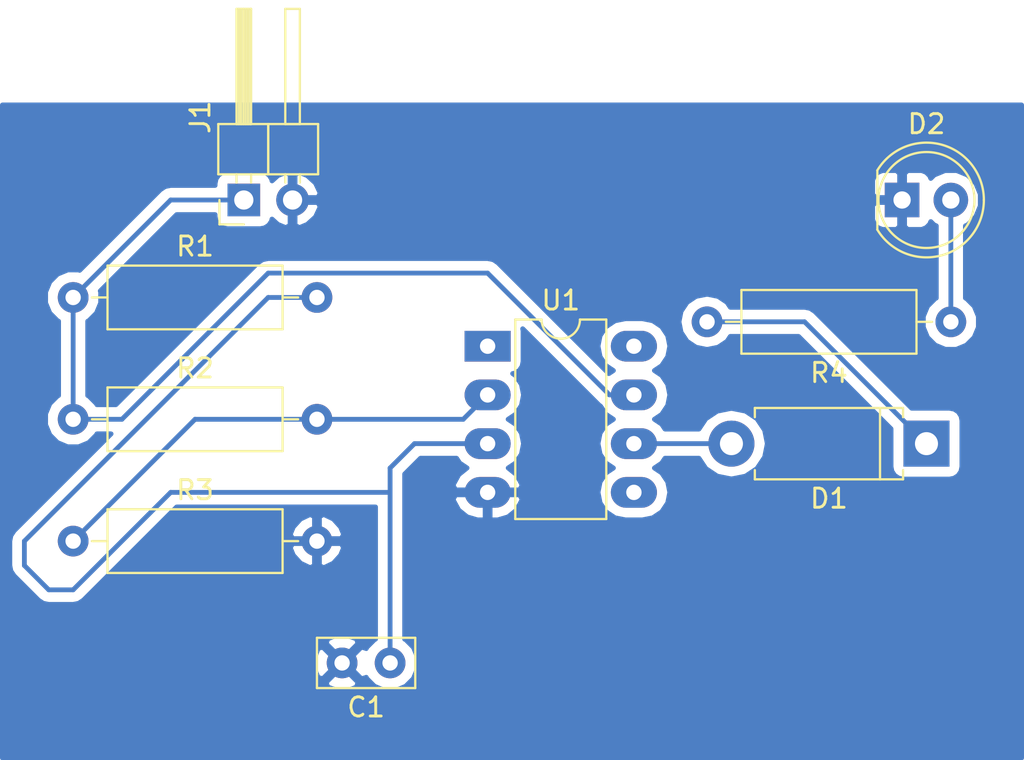
<source format=kicad_pcb>
(kicad_pcb (version 4) (host pcbnew 4.0.6)

  (general
    (links 14)
    (no_connects 0)
    (area 115.57 75.734999 168.910001 115.570001)
    (thickness 1.6)
    (drawings 0)
    (tracks 27)
    (zones 0)
    (modules 9)
    (nets 11)
  )

  (page A4)
  (layers
    (0 F.Cu signal)
    (31 B.Cu signal)
    (32 B.Adhes user)
    (33 F.Adhes user)
    (34 B.Paste user)
    (35 F.Paste user)
    (36 B.SilkS user)
    (37 F.SilkS user)
    (38 B.Mask user)
    (39 F.Mask user)
    (40 Dwgs.User user)
    (41 Cmts.User user)
    (42 Eco1.User user)
    (43 Eco2.User user)
    (44 Edge.Cuts user)
    (45 Margin user)
    (46 B.CrtYd user)
    (47 F.CrtYd user)
    (48 B.Fab user)
    (49 F.Fab user)
  )

  (setup
    (last_trace_width 0.25)
    (trace_clearance 0.2)
    (zone_clearance 0.508)
    (zone_45_only no)
    (trace_min 0.2)
    (segment_width 0.2)
    (edge_width 0.15)
    (via_size 0.6)
    (via_drill 0.4)
    (via_min_size 0.4)
    (via_min_drill 0.3)
    (uvia_size 0.3)
    (uvia_drill 0.1)
    (uvias_allowed no)
    (uvia_min_size 0.2)
    (uvia_min_drill 0.1)
    (pcb_text_width 0.3)
    (pcb_text_size 1.5 1.5)
    (mod_edge_width 0.15)
    (mod_text_size 1 1)
    (mod_text_width 0.15)
    (pad_size 1.524 1.524)
    (pad_drill 0.762)
    (pad_to_mask_clearance 0.2)
    (aux_axis_origin 0 0)
    (visible_elements FFFFFF7F)
    (pcbplotparams
      (layerselection 0x00030_80000001)
      (usegerberextensions false)
      (excludeedgelayer true)
      (linewidth 0.100000)
      (plotframeref false)
      (viasonmask false)
      (mode 1)
      (useauxorigin false)
      (hpglpennumber 1)
      (hpglpenspeed 20)
      (hpglpendiameter 15)
      (hpglpenoverlay 2)
      (psnegative false)
      (psa4output false)
      (plotreference true)
      (plotvalue true)
      (plotinvisibletext false)
      (padsonsilk false)
      (subtractmaskfromsilk false)
      (outputformat 1)
      (mirror false)
      (drillshape 0)
      (scaleselection 1)
      (outputdirectory ""))
  )

  (net 0 "")
  (net 1 "Net-(C1-Pad1)")
  (net 2 Earth)
  (net 3 "Net-(D1-Pad1)")
  (net 4 "Net-(D1-Pad2)")
  (net 5 "Net-(D2-Pad2)")
  (net 6 "Net-(J1-Pad1)")
  (net 7 "Net-(R2-Pad2)")
  (net 8 "Net-(U1-Pad1)")
  (net 9 "Net-(U1-Pad5)")
  (net 10 "Net-(U1-Pad8)")

  (net_class Default "This is the default net class."
    (clearance 0.2)
    (trace_width 0.25)
    (via_dia 0.6)
    (via_drill 0.4)
    (uvia_dia 0.3)
    (uvia_drill 0.1)
    (add_net Earth)
    (add_net "Net-(C1-Pad1)")
    (add_net "Net-(D1-Pad1)")
    (add_net "Net-(D1-Pad2)")
    (add_net "Net-(D2-Pad2)")
    (add_net "Net-(J1-Pad1)")
    (add_net "Net-(R2-Pad2)")
    (add_net "Net-(U1-Pad1)")
    (add_net "Net-(U1-Pad5)")
    (add_net "Net-(U1-Pad8)")
  )

  (module Capacitors_THT:C_Disc_D5.0mm_W2.5mm_P2.50mm (layer F.Cu) (tedit 5920C254) (tstamp 592231C8)
    (at 135.89 110.49 180)
    (descr "C, Disc series, Radial, pin pitch=2.50mm, , diameter*width=5*2.5mm^2, Capacitor, http://cdn-reichelt.de/documents/datenblatt/B300/DS_KERKO_TC.pdf")
    (tags "C Disc series Radial pin pitch 2.50mm  diameter 5mm width 2.5mm Capacitor")
    (path /59222B60)
    (fp_text reference C1 (at 1.25 -2.31 180) (layer F.SilkS)
      (effects (font (size 1 1) (thickness 0.15)))
    )
    (fp_text value C (at 1.25 2.31 180) (layer F.Fab)
      (effects (font (size 1 1) (thickness 0.15)))
    )
    (fp_text user %R (at 1.25 0 180) (layer F.Fab)
      (effects (font (size 1 1) (thickness 0.15)))
    )
    (fp_line (start -1.25 -1.25) (end -1.25 1.25) (layer F.Fab) (width 0.1))
    (fp_line (start -1.25 1.25) (end 3.75 1.25) (layer F.Fab) (width 0.1))
    (fp_line (start 3.75 1.25) (end 3.75 -1.25) (layer F.Fab) (width 0.1))
    (fp_line (start 3.75 -1.25) (end -1.25 -1.25) (layer F.Fab) (width 0.1))
    (fp_line (start -1.31 -1.31) (end 3.81 -1.31) (layer F.SilkS) (width 0.12))
    (fp_line (start -1.31 1.31) (end 3.81 1.31) (layer F.SilkS) (width 0.12))
    (fp_line (start -1.31 -1.31) (end -1.31 1.31) (layer F.SilkS) (width 0.12))
    (fp_line (start 3.81 -1.31) (end 3.81 1.31) (layer F.SilkS) (width 0.12))
    (fp_line (start -1.6 -1.6) (end -1.6 1.6) (layer F.CrtYd) (width 0.05))
    (fp_line (start -1.6 1.6) (end 4.1 1.6) (layer F.CrtYd) (width 0.05))
    (fp_line (start 4.1 1.6) (end 4.1 -1.6) (layer F.CrtYd) (width 0.05))
    (fp_line (start 4.1 -1.6) (end -1.6 -1.6) (layer F.CrtYd) (width 0.05))
    (pad 1 thru_hole circle (at 0 0 180) (size 1.6 1.6) (drill 0.8) (layers *.Cu *.Mask)
      (net 1 "Net-(C1-Pad1)"))
    (pad 2 thru_hole circle (at 2.5 0 180) (size 1.6 1.6) (drill 0.8) (layers *.Cu *.Mask)
      (net 2 Earth))
    (model ${KISYS3DMOD}/Capacitors_THT.3dshapes/C_Disc_D5.0mm_W2.5mm_P2.50mm.wrl
      (at (xyz 0 0 0))
      (scale (xyz 0.393701 0.393701 0.393701))
      (rotate (xyz 0 0 0))
    )
  )

  (module Diodes_THT:D_DO-15_P10.16mm_Horizontal (layer F.Cu) (tedit 5921392E) (tstamp 592231CE)
    (at 163.83 99.06 180)
    (descr "D, DO-15 series, Axial, Horizontal, pin pitch=10.16mm, , length*diameter=7.6*3.6mm^2, , http://www.diodes.com/_files/packages/DO-15.pdf")
    (tags "D DO-15 series Axial Horizontal pin pitch 10.16mm  length 7.6mm diameter 3.6mm")
    (path /59222E1B)
    (fp_text reference D1 (at 5.08 -2.86 180) (layer F.SilkS)
      (effects (font (size 1 1) (thickness 0.15)))
    )
    (fp_text value D (at 5.08 2.86 180) (layer F.Fab)
      (effects (font (size 1 1) (thickness 0.15)))
    )
    (fp_text user %R (at 5.08 0 180) (layer F.Fab)
      (effects (font (size 1 1) (thickness 0.15)))
    )
    (fp_line (start 1.28 -1.8) (end 1.28 1.8) (layer F.Fab) (width 0.1))
    (fp_line (start 1.28 1.8) (end 8.88 1.8) (layer F.Fab) (width 0.1))
    (fp_line (start 8.88 1.8) (end 8.88 -1.8) (layer F.Fab) (width 0.1))
    (fp_line (start 8.88 -1.8) (end 1.28 -1.8) (layer F.Fab) (width 0.1))
    (fp_line (start 0 0) (end 1.28 0) (layer F.Fab) (width 0.1))
    (fp_line (start 10.16 0) (end 8.88 0) (layer F.Fab) (width 0.1))
    (fp_line (start 2.42 -1.8) (end 2.42 1.8) (layer F.Fab) (width 0.1))
    (fp_line (start 1.22 -1.38) (end 1.22 -1.86) (layer F.SilkS) (width 0.12))
    (fp_line (start 1.22 -1.86) (end 8.94 -1.86) (layer F.SilkS) (width 0.12))
    (fp_line (start 8.94 -1.86) (end 8.94 -1.38) (layer F.SilkS) (width 0.12))
    (fp_line (start 1.22 1.38) (end 1.22 1.86) (layer F.SilkS) (width 0.12))
    (fp_line (start 1.22 1.86) (end 8.94 1.86) (layer F.SilkS) (width 0.12))
    (fp_line (start 8.94 1.86) (end 8.94 1.38) (layer F.SilkS) (width 0.12))
    (fp_line (start 2.42 -1.86) (end 2.42 1.86) (layer F.SilkS) (width 0.12))
    (fp_line (start -1.45 -2.15) (end -1.45 2.15) (layer F.CrtYd) (width 0.05))
    (fp_line (start -1.45 2.15) (end 11.65 2.15) (layer F.CrtYd) (width 0.05))
    (fp_line (start 11.65 2.15) (end 11.65 -2.15) (layer F.CrtYd) (width 0.05))
    (fp_line (start 11.65 -2.15) (end -1.45 -2.15) (layer F.CrtYd) (width 0.05))
    (pad 1 thru_hole rect (at 0 0 180) (size 2.4 2.4) (drill 1.2) (layers *.Cu *.Mask)
      (net 3 "Net-(D1-Pad1)"))
    (pad 2 thru_hole oval (at 10.16 0 180) (size 2.4 2.4) (drill 1.2) (layers *.Cu *.Mask)
      (net 4 "Net-(D1-Pad2)"))
    (model ${KISYS3DMOD}/Diodes_THT.3dshapes/D_DO-15_P10.16mm_Horizontal.wrl
      (at (xyz 0 0 0))
      (scale (xyz 0.393701 0.393701 0.393701))
      (rotate (xyz 0 0 0))
    )
  )

  (module LEDs:LED_D5.0mm (layer F.Cu) (tedit 587A3A7B) (tstamp 592231D4)
    (at 162.56 86.36)
    (descr "LED, diameter 5.0mm, 2 pins, http://cdn-reichelt.de/documents/datenblatt/A500/LL-504BC2E-009.pdf")
    (tags "LED diameter 5.0mm 2 pins")
    (path /59222E99)
    (fp_text reference D2 (at 1.27 -3.96) (layer F.SilkS)
      (effects (font (size 1 1) (thickness 0.15)))
    )
    (fp_text value LED (at 1.27 3.96) (layer F.Fab)
      (effects (font (size 1 1) (thickness 0.15)))
    )
    (fp_arc (start 1.27 0) (end -1.23 -1.469694) (angle 299.1) (layer F.Fab) (width 0.1))
    (fp_arc (start 1.27 0) (end -1.29 -1.54483) (angle 148.9) (layer F.SilkS) (width 0.12))
    (fp_arc (start 1.27 0) (end -1.29 1.54483) (angle -148.9) (layer F.SilkS) (width 0.12))
    (fp_circle (center 1.27 0) (end 3.77 0) (layer F.Fab) (width 0.1))
    (fp_circle (center 1.27 0) (end 3.77 0) (layer F.SilkS) (width 0.12))
    (fp_line (start -1.23 -1.469694) (end -1.23 1.469694) (layer F.Fab) (width 0.1))
    (fp_line (start -1.29 -1.545) (end -1.29 1.545) (layer F.SilkS) (width 0.12))
    (fp_line (start -1.95 -3.25) (end -1.95 3.25) (layer F.CrtYd) (width 0.05))
    (fp_line (start -1.95 3.25) (end 4.5 3.25) (layer F.CrtYd) (width 0.05))
    (fp_line (start 4.5 3.25) (end 4.5 -3.25) (layer F.CrtYd) (width 0.05))
    (fp_line (start 4.5 -3.25) (end -1.95 -3.25) (layer F.CrtYd) (width 0.05))
    (pad 1 thru_hole rect (at 0 0) (size 1.8 1.8) (drill 0.9) (layers *.Cu *.Mask)
      (net 2 Earth))
    (pad 2 thru_hole circle (at 2.54 0) (size 1.8 1.8) (drill 0.9) (layers *.Cu *.Mask)
      (net 5 "Net-(D2-Pad2)"))
    (model LEDs.3dshapes/LED_D5.0mm.wrl
      (at (xyz 0 0 0))
      (scale (xyz 0.393701 0.393701 0.393701))
      (rotate (xyz 0 0 0))
    )
  )

  (module Pin_Headers:Pin_Header_Angled_1x02_Pitch2.54mm (layer F.Cu) (tedit 58CD4EC1) (tstamp 592231DA)
    (at 128.27 86.36 90)
    (descr "Through hole angled pin header, 1x02, 2.54mm pitch, 6mm pin length, single row")
    (tags "Through hole angled pin header THT 1x02 2.54mm single row")
    (path /59222B22)
    (fp_text reference J1 (at 4.315 -2.27 90) (layer F.SilkS)
      (effects (font (size 1 1) (thickness 0.15)))
    )
    (fp_text value CONN_01X02 (at 4.315 4.81 90) (layer F.Fab)
      (effects (font (size 1 1) (thickness 0.15)))
    )
    (fp_line (start 1.4 -1.27) (end 1.4 1.27) (layer F.Fab) (width 0.1))
    (fp_line (start 1.4 1.27) (end 3.9 1.27) (layer F.Fab) (width 0.1))
    (fp_line (start 3.9 1.27) (end 3.9 -1.27) (layer F.Fab) (width 0.1))
    (fp_line (start 3.9 -1.27) (end 1.4 -1.27) (layer F.Fab) (width 0.1))
    (fp_line (start 0 -0.32) (end 0 0.32) (layer F.Fab) (width 0.1))
    (fp_line (start 0 0.32) (end 9.9 0.32) (layer F.Fab) (width 0.1))
    (fp_line (start 9.9 0.32) (end 9.9 -0.32) (layer F.Fab) (width 0.1))
    (fp_line (start 9.9 -0.32) (end 0 -0.32) (layer F.Fab) (width 0.1))
    (fp_line (start 1.4 1.27) (end 1.4 3.81) (layer F.Fab) (width 0.1))
    (fp_line (start 1.4 3.81) (end 3.9 3.81) (layer F.Fab) (width 0.1))
    (fp_line (start 3.9 3.81) (end 3.9 1.27) (layer F.Fab) (width 0.1))
    (fp_line (start 3.9 1.27) (end 1.4 1.27) (layer F.Fab) (width 0.1))
    (fp_line (start 0 2.22) (end 0 2.86) (layer F.Fab) (width 0.1))
    (fp_line (start 0 2.86) (end 9.9 2.86) (layer F.Fab) (width 0.1))
    (fp_line (start 9.9 2.86) (end 9.9 2.22) (layer F.Fab) (width 0.1))
    (fp_line (start 9.9 2.22) (end 0 2.22) (layer F.Fab) (width 0.1))
    (fp_line (start 1.34 -1.33) (end 1.34 1.27) (layer F.SilkS) (width 0.12))
    (fp_line (start 1.34 1.27) (end 3.96 1.27) (layer F.SilkS) (width 0.12))
    (fp_line (start 3.96 1.27) (end 3.96 -1.33) (layer F.SilkS) (width 0.12))
    (fp_line (start 3.96 -1.33) (end 1.34 -1.33) (layer F.SilkS) (width 0.12))
    (fp_line (start 3.96 -0.38) (end 3.96 0.38) (layer F.SilkS) (width 0.12))
    (fp_line (start 3.96 0.38) (end 9.96 0.38) (layer F.SilkS) (width 0.12))
    (fp_line (start 9.96 0.38) (end 9.96 -0.38) (layer F.SilkS) (width 0.12))
    (fp_line (start 9.96 -0.38) (end 3.96 -0.38) (layer F.SilkS) (width 0.12))
    (fp_line (start 0.91 -0.38) (end 1.34 -0.38) (layer F.SilkS) (width 0.12))
    (fp_line (start 0.91 0.38) (end 1.34 0.38) (layer F.SilkS) (width 0.12))
    (fp_line (start 3.96 -0.26) (end 9.96 -0.26) (layer F.SilkS) (width 0.12))
    (fp_line (start 3.96 -0.14) (end 9.96 -0.14) (layer F.SilkS) (width 0.12))
    (fp_line (start 3.96 -0.02) (end 9.96 -0.02) (layer F.SilkS) (width 0.12))
    (fp_line (start 3.96 0.1) (end 9.96 0.1) (layer F.SilkS) (width 0.12))
    (fp_line (start 3.96 0.22) (end 9.96 0.22) (layer F.SilkS) (width 0.12))
    (fp_line (start 3.96 0.34) (end 9.96 0.34) (layer F.SilkS) (width 0.12))
    (fp_line (start 1.34 1.27) (end 1.34 3.87) (layer F.SilkS) (width 0.12))
    (fp_line (start 1.34 3.87) (end 3.96 3.87) (layer F.SilkS) (width 0.12))
    (fp_line (start 3.96 3.87) (end 3.96 1.27) (layer F.SilkS) (width 0.12))
    (fp_line (start 3.96 1.27) (end 1.34 1.27) (layer F.SilkS) (width 0.12))
    (fp_line (start 3.96 2.16) (end 3.96 2.92) (layer F.SilkS) (width 0.12))
    (fp_line (start 3.96 2.92) (end 9.96 2.92) (layer F.SilkS) (width 0.12))
    (fp_line (start 9.96 2.92) (end 9.96 2.16) (layer F.SilkS) (width 0.12))
    (fp_line (start 9.96 2.16) (end 3.96 2.16) (layer F.SilkS) (width 0.12))
    (fp_line (start 0.91 2.16) (end 1.34 2.16) (layer F.SilkS) (width 0.12))
    (fp_line (start 0.91 2.92) (end 1.34 2.92) (layer F.SilkS) (width 0.12))
    (fp_line (start -1.27 0) (end -1.27 -1.27) (layer F.SilkS) (width 0.12))
    (fp_line (start -1.27 -1.27) (end 0 -1.27) (layer F.SilkS) (width 0.12))
    (fp_line (start -1.8 -1.8) (end -1.8 4.35) (layer F.CrtYd) (width 0.05))
    (fp_line (start -1.8 4.35) (end 10.4 4.35) (layer F.CrtYd) (width 0.05))
    (fp_line (start 10.4 4.35) (end 10.4 -1.8) (layer F.CrtYd) (width 0.05))
    (fp_line (start 10.4 -1.8) (end -1.8 -1.8) (layer F.CrtYd) (width 0.05))
    (fp_text user %R (at 4.315 -2.27 90) (layer F.Fab)
      (effects (font (size 1 1) (thickness 0.15)))
    )
    (pad 1 thru_hole rect (at 0 0 90) (size 1.7 1.7) (drill 1) (layers *.Cu *.Mask)
      (net 6 "Net-(J1-Pad1)"))
    (pad 2 thru_hole oval (at 0 2.54 90) (size 1.7 1.7) (drill 1) (layers *.Cu *.Mask)
      (net 2 Earth))
    (model ${KISYS3DMOD}/Pin_Headers.3dshapes/Pin_Header_Angled_1x02_Pitch2.54mm.wrl
      (at (xyz 0 -0.05 0))
      (scale (xyz 1 1 1))
      (rotate (xyz 0 0 90))
    )
  )

  (module Resistors_THT:R_Axial_DIN0309_L9.0mm_D3.2mm_P12.70mm_Horizontal (layer F.Cu) (tedit 5874F706) (tstamp 592231E0)
    (at 119.38 91.44)
    (descr "Resistor, Axial_DIN0309 series, Axial, Horizontal, pin pitch=12.7mm, 0.5W = 1/2W, length*diameter=9*3.2mm^2, http://cdn-reichelt.de/documents/datenblatt/B400/1_4W%23YAG.pdf")
    (tags "Resistor Axial_DIN0309 series Axial Horizontal pin pitch 12.7mm 0.5W = 1/2W length 9mm diameter 3.2mm")
    (path /59222BB1)
    (fp_text reference R1 (at 6.35 -2.66) (layer F.SilkS)
      (effects (font (size 1 1) (thickness 0.15)))
    )
    (fp_text value R (at 6.35 2.66) (layer F.Fab)
      (effects (font (size 1 1) (thickness 0.15)))
    )
    (fp_line (start 1.85 -1.6) (end 1.85 1.6) (layer F.Fab) (width 0.1))
    (fp_line (start 1.85 1.6) (end 10.85 1.6) (layer F.Fab) (width 0.1))
    (fp_line (start 10.85 1.6) (end 10.85 -1.6) (layer F.Fab) (width 0.1))
    (fp_line (start 10.85 -1.6) (end 1.85 -1.6) (layer F.Fab) (width 0.1))
    (fp_line (start 0 0) (end 1.85 0) (layer F.Fab) (width 0.1))
    (fp_line (start 12.7 0) (end 10.85 0) (layer F.Fab) (width 0.1))
    (fp_line (start 1.79 -1.66) (end 1.79 1.66) (layer F.SilkS) (width 0.12))
    (fp_line (start 1.79 1.66) (end 10.91 1.66) (layer F.SilkS) (width 0.12))
    (fp_line (start 10.91 1.66) (end 10.91 -1.66) (layer F.SilkS) (width 0.12))
    (fp_line (start 10.91 -1.66) (end 1.79 -1.66) (layer F.SilkS) (width 0.12))
    (fp_line (start 0.98 0) (end 1.79 0) (layer F.SilkS) (width 0.12))
    (fp_line (start 11.72 0) (end 10.91 0) (layer F.SilkS) (width 0.12))
    (fp_line (start -1.05 -1.95) (end -1.05 1.95) (layer F.CrtYd) (width 0.05))
    (fp_line (start -1.05 1.95) (end 13.75 1.95) (layer F.CrtYd) (width 0.05))
    (fp_line (start 13.75 1.95) (end 13.75 -1.95) (layer F.CrtYd) (width 0.05))
    (fp_line (start 13.75 -1.95) (end -1.05 -1.95) (layer F.CrtYd) (width 0.05))
    (pad 1 thru_hole circle (at 0 0) (size 1.6 1.6) (drill 0.8) (layers *.Cu *.Mask)
      (net 6 "Net-(J1-Pad1)"))
    (pad 2 thru_hole oval (at 12.7 0) (size 1.6 1.6) (drill 0.8) (layers *.Cu *.Mask)
      (net 1 "Net-(C1-Pad1)"))
    (model Resistors_THT.3dshapes/R_Axial_DIN0309_L9.0mm_D3.2mm_P12.70mm_Horizontal.wrl
      (at (xyz 0 0 0))
      (scale (xyz 0.393701 0.393701 0.393701))
      (rotate (xyz 0 0 0))
    )
  )

  (module Resistors_THT:R_Axial_DIN0309_L9.0mm_D3.2mm_P12.70mm_Horizontal (layer F.Cu) (tedit 5874F706) (tstamp 592231E6)
    (at 119.38 97.79)
    (descr "Resistor, Axial_DIN0309 series, Axial, Horizontal, pin pitch=12.7mm, 0.5W = 1/2W, length*diameter=9*3.2mm^2, http://cdn-reichelt.de/documents/datenblatt/B400/1_4W%23YAG.pdf")
    (tags "Resistor Axial_DIN0309 series Axial Horizontal pin pitch 12.7mm 0.5W = 1/2W length 9mm diameter 3.2mm")
    (path /59222D0D)
    (fp_text reference R2 (at 6.35 -2.66) (layer F.SilkS)
      (effects (font (size 1 1) (thickness 0.15)))
    )
    (fp_text value R (at 6.35 2.66) (layer F.Fab)
      (effects (font (size 1 1) (thickness 0.15)))
    )
    (fp_line (start 1.85 -1.6) (end 1.85 1.6) (layer F.Fab) (width 0.1))
    (fp_line (start 1.85 1.6) (end 10.85 1.6) (layer F.Fab) (width 0.1))
    (fp_line (start 10.85 1.6) (end 10.85 -1.6) (layer F.Fab) (width 0.1))
    (fp_line (start 10.85 -1.6) (end 1.85 -1.6) (layer F.Fab) (width 0.1))
    (fp_line (start 0 0) (end 1.85 0) (layer F.Fab) (width 0.1))
    (fp_line (start 12.7 0) (end 10.85 0) (layer F.Fab) (width 0.1))
    (fp_line (start 1.79 -1.66) (end 1.79 1.66) (layer F.SilkS) (width 0.12))
    (fp_line (start 1.79 1.66) (end 10.91 1.66) (layer F.SilkS) (width 0.12))
    (fp_line (start 10.91 1.66) (end 10.91 -1.66) (layer F.SilkS) (width 0.12))
    (fp_line (start 10.91 -1.66) (end 1.79 -1.66) (layer F.SilkS) (width 0.12))
    (fp_line (start 0.98 0) (end 1.79 0) (layer F.SilkS) (width 0.12))
    (fp_line (start 11.72 0) (end 10.91 0) (layer F.SilkS) (width 0.12))
    (fp_line (start -1.05 -1.95) (end -1.05 1.95) (layer F.CrtYd) (width 0.05))
    (fp_line (start -1.05 1.95) (end 13.75 1.95) (layer F.CrtYd) (width 0.05))
    (fp_line (start 13.75 1.95) (end 13.75 -1.95) (layer F.CrtYd) (width 0.05))
    (fp_line (start 13.75 -1.95) (end -1.05 -1.95) (layer F.CrtYd) (width 0.05))
    (pad 1 thru_hole circle (at 0 0) (size 1.6 1.6) (drill 0.8) (layers *.Cu *.Mask)
      (net 6 "Net-(J1-Pad1)"))
    (pad 2 thru_hole oval (at 12.7 0) (size 1.6 1.6) (drill 0.8) (layers *.Cu *.Mask)
      (net 7 "Net-(R2-Pad2)"))
    (model Resistors_THT.3dshapes/R_Axial_DIN0309_L9.0mm_D3.2mm_P12.70mm_Horizontal.wrl
      (at (xyz 0 0 0))
      (scale (xyz 0.393701 0.393701 0.393701))
      (rotate (xyz 0 0 0))
    )
  )

  (module Resistors_THT:R_Axial_DIN0309_L9.0mm_D3.2mm_P12.70mm_Horizontal (layer F.Cu) (tedit 5874F706) (tstamp 592231EC)
    (at 119.38 104.14)
    (descr "Resistor, Axial_DIN0309 series, Axial, Horizontal, pin pitch=12.7mm, 0.5W = 1/2W, length*diameter=9*3.2mm^2, http://cdn-reichelt.de/documents/datenblatt/B400/1_4W%23YAG.pdf")
    (tags "Resistor Axial_DIN0309 series Axial Horizontal pin pitch 12.7mm 0.5W = 1/2W length 9mm diameter 3.2mm")
    (path /59222D81)
    (fp_text reference R3 (at 6.35 -2.66) (layer F.SilkS)
      (effects (font (size 1 1) (thickness 0.15)))
    )
    (fp_text value R (at 6.35 2.66) (layer F.Fab)
      (effects (font (size 1 1) (thickness 0.15)))
    )
    (fp_line (start 1.85 -1.6) (end 1.85 1.6) (layer F.Fab) (width 0.1))
    (fp_line (start 1.85 1.6) (end 10.85 1.6) (layer F.Fab) (width 0.1))
    (fp_line (start 10.85 1.6) (end 10.85 -1.6) (layer F.Fab) (width 0.1))
    (fp_line (start 10.85 -1.6) (end 1.85 -1.6) (layer F.Fab) (width 0.1))
    (fp_line (start 0 0) (end 1.85 0) (layer F.Fab) (width 0.1))
    (fp_line (start 12.7 0) (end 10.85 0) (layer F.Fab) (width 0.1))
    (fp_line (start 1.79 -1.66) (end 1.79 1.66) (layer F.SilkS) (width 0.12))
    (fp_line (start 1.79 1.66) (end 10.91 1.66) (layer F.SilkS) (width 0.12))
    (fp_line (start 10.91 1.66) (end 10.91 -1.66) (layer F.SilkS) (width 0.12))
    (fp_line (start 10.91 -1.66) (end 1.79 -1.66) (layer F.SilkS) (width 0.12))
    (fp_line (start 0.98 0) (end 1.79 0) (layer F.SilkS) (width 0.12))
    (fp_line (start 11.72 0) (end 10.91 0) (layer F.SilkS) (width 0.12))
    (fp_line (start -1.05 -1.95) (end -1.05 1.95) (layer F.CrtYd) (width 0.05))
    (fp_line (start -1.05 1.95) (end 13.75 1.95) (layer F.CrtYd) (width 0.05))
    (fp_line (start 13.75 1.95) (end 13.75 -1.95) (layer F.CrtYd) (width 0.05))
    (fp_line (start 13.75 -1.95) (end -1.05 -1.95) (layer F.CrtYd) (width 0.05))
    (pad 1 thru_hole circle (at 0 0) (size 1.6 1.6) (drill 0.8) (layers *.Cu *.Mask)
      (net 7 "Net-(R2-Pad2)"))
    (pad 2 thru_hole oval (at 12.7 0) (size 1.6 1.6) (drill 0.8) (layers *.Cu *.Mask)
      (net 2 Earth))
    (model Resistors_THT.3dshapes/R_Axial_DIN0309_L9.0mm_D3.2mm_P12.70mm_Horizontal.wrl
      (at (xyz 0 0 0))
      (scale (xyz 0.393701 0.393701 0.393701))
      (rotate (xyz 0 0 0))
    )
  )

  (module Resistors_THT:R_Axial_DIN0309_L9.0mm_D3.2mm_P12.70mm_Horizontal (layer F.Cu) (tedit 5874F706) (tstamp 592231F2)
    (at 165.1 92.71 180)
    (descr "Resistor, Axial_DIN0309 series, Axial, Horizontal, pin pitch=12.7mm, 0.5W = 1/2W, length*diameter=9*3.2mm^2, http://cdn-reichelt.de/documents/datenblatt/B400/1_4W%23YAG.pdf")
    (tags "Resistor Axial_DIN0309 series Axial Horizontal pin pitch 12.7mm 0.5W = 1/2W length 9mm diameter 3.2mm")
    (path /59222E56)
    (fp_text reference R4 (at 6.35 -2.66 180) (layer F.SilkS)
      (effects (font (size 1 1) (thickness 0.15)))
    )
    (fp_text value R (at 6.35 2.66 180) (layer F.Fab)
      (effects (font (size 1 1) (thickness 0.15)))
    )
    (fp_line (start 1.85 -1.6) (end 1.85 1.6) (layer F.Fab) (width 0.1))
    (fp_line (start 1.85 1.6) (end 10.85 1.6) (layer F.Fab) (width 0.1))
    (fp_line (start 10.85 1.6) (end 10.85 -1.6) (layer F.Fab) (width 0.1))
    (fp_line (start 10.85 -1.6) (end 1.85 -1.6) (layer F.Fab) (width 0.1))
    (fp_line (start 0 0) (end 1.85 0) (layer F.Fab) (width 0.1))
    (fp_line (start 12.7 0) (end 10.85 0) (layer F.Fab) (width 0.1))
    (fp_line (start 1.79 -1.66) (end 1.79 1.66) (layer F.SilkS) (width 0.12))
    (fp_line (start 1.79 1.66) (end 10.91 1.66) (layer F.SilkS) (width 0.12))
    (fp_line (start 10.91 1.66) (end 10.91 -1.66) (layer F.SilkS) (width 0.12))
    (fp_line (start 10.91 -1.66) (end 1.79 -1.66) (layer F.SilkS) (width 0.12))
    (fp_line (start 0.98 0) (end 1.79 0) (layer F.SilkS) (width 0.12))
    (fp_line (start 11.72 0) (end 10.91 0) (layer F.SilkS) (width 0.12))
    (fp_line (start -1.05 -1.95) (end -1.05 1.95) (layer F.CrtYd) (width 0.05))
    (fp_line (start -1.05 1.95) (end 13.75 1.95) (layer F.CrtYd) (width 0.05))
    (fp_line (start 13.75 1.95) (end 13.75 -1.95) (layer F.CrtYd) (width 0.05))
    (fp_line (start 13.75 -1.95) (end -1.05 -1.95) (layer F.CrtYd) (width 0.05))
    (pad 1 thru_hole circle (at 0 0 180) (size 1.6 1.6) (drill 0.8) (layers *.Cu *.Mask)
      (net 5 "Net-(D2-Pad2)"))
    (pad 2 thru_hole oval (at 12.7 0 180) (size 1.6 1.6) (drill 0.8) (layers *.Cu *.Mask)
      (net 3 "Net-(D1-Pad1)"))
    (model Resistors_THT.3dshapes/R_Axial_DIN0309_L9.0mm_D3.2mm_P12.70mm_Horizontal.wrl
      (at (xyz 0 0 0))
      (scale (xyz 0.393701 0.393701 0.393701))
      (rotate (xyz 0 0 0))
    )
  )

  (module Housings_DIP:DIP-8_W7.62mm_LongPads (layer F.Cu) (tedit 58CC8E33) (tstamp 592231FE)
    (at 140.97 93.98)
    (descr "8-lead dip package, row spacing 7.62 mm (300 mils), LongPads")
    (tags "DIL DIP PDIP 2.54mm 7.62mm 300mil LongPads")
    (path /59222C10)
    (fp_text reference U1 (at 3.81 -2.39) (layer F.SilkS)
      (effects (font (size 1 1) (thickness 0.15)))
    )
    (fp_text value LM741 (at 3.81 10.01) (layer F.Fab)
      (effects (font (size 1 1) (thickness 0.15)))
    )
    (fp_text user %R (at 3.81 3.81) (layer F.Fab)
      (effects (font (size 1 1) (thickness 0.15)))
    )
    (fp_line (start 1.635 -1.27) (end 6.985 -1.27) (layer F.Fab) (width 0.1))
    (fp_line (start 6.985 -1.27) (end 6.985 8.89) (layer F.Fab) (width 0.1))
    (fp_line (start 6.985 8.89) (end 0.635 8.89) (layer F.Fab) (width 0.1))
    (fp_line (start 0.635 8.89) (end 0.635 -0.27) (layer F.Fab) (width 0.1))
    (fp_line (start 0.635 -0.27) (end 1.635 -1.27) (layer F.Fab) (width 0.1))
    (fp_line (start 2.81 -1.39) (end 1.44 -1.39) (layer F.SilkS) (width 0.12))
    (fp_line (start 1.44 -1.39) (end 1.44 9.01) (layer F.SilkS) (width 0.12))
    (fp_line (start 1.44 9.01) (end 6.18 9.01) (layer F.SilkS) (width 0.12))
    (fp_line (start 6.18 9.01) (end 6.18 -1.39) (layer F.SilkS) (width 0.12))
    (fp_line (start 6.18 -1.39) (end 4.81 -1.39) (layer F.SilkS) (width 0.12))
    (fp_line (start -1.5 -1.6) (end -1.5 9.2) (layer F.CrtYd) (width 0.05))
    (fp_line (start -1.5 9.2) (end 9.1 9.2) (layer F.CrtYd) (width 0.05))
    (fp_line (start 9.1 9.2) (end 9.1 -1.6) (layer F.CrtYd) (width 0.05))
    (fp_line (start 9.1 -1.6) (end -1.5 -1.6) (layer F.CrtYd) (width 0.05))
    (fp_arc (start 3.81 -1.39) (end 2.81 -1.39) (angle -180) (layer F.SilkS) (width 0.12))
    (pad 1 thru_hole rect (at 0 0) (size 2.4 1.6) (drill 0.8) (layers *.Cu *.Mask)
      (net 8 "Net-(U1-Pad1)"))
    (pad 5 thru_hole oval (at 7.62 7.62) (size 2.4 1.6) (drill 0.8) (layers *.Cu *.Mask)
      (net 9 "Net-(U1-Pad5)"))
    (pad 2 thru_hole oval (at 0 2.54) (size 2.4 1.6) (drill 0.8) (layers *.Cu *.Mask)
      (net 7 "Net-(R2-Pad2)"))
    (pad 6 thru_hole oval (at 7.62 5.08) (size 2.4 1.6) (drill 0.8) (layers *.Cu *.Mask)
      (net 4 "Net-(D1-Pad2)"))
    (pad 3 thru_hole oval (at 0 5.08) (size 2.4 1.6) (drill 0.8) (layers *.Cu *.Mask)
      (net 1 "Net-(C1-Pad1)"))
    (pad 7 thru_hole oval (at 7.62 2.54) (size 2.4 1.6) (drill 0.8) (layers *.Cu *.Mask)
      (net 6 "Net-(J1-Pad1)"))
    (pad 4 thru_hole oval (at 0 7.62) (size 2.4 1.6) (drill 0.8) (layers *.Cu *.Mask)
      (net 2 Earth))
    (pad 8 thru_hole oval (at 7.62 0) (size 2.4 1.6) (drill 0.8) (layers *.Cu *.Mask)
      (net 10 "Net-(U1-Pad8)"))
    (model ${KISYS3DMOD}/Housings_DIP.3dshapes/DIP-8_W7.62mm_LongPads.wrl
      (at (xyz 0 0 0))
      (scale (xyz 1 1 1))
      (rotate (xyz 0 0 0))
    )
  )

  (segment (start 132.08 91.44) (end 129.54 91.44) (width 0.25) (layer B.Cu) (net 1))
  (segment (start 124.46 101.6) (end 135.89 101.6) (width 0.25) (layer B.Cu) (net 1) (tstamp 592236B8))
  (segment (start 119.38 106.68) (end 124.46 101.6) (width 0.25) (layer B.Cu) (net 1) (tstamp 592236B6))
  (segment (start 118.11 106.68) (end 119.38 106.68) (width 0.25) (layer B.Cu) (net 1) (tstamp 592236A9))
  (segment (start 116.84 105.41) (end 118.11 106.68) (width 0.25) (layer B.Cu) (net 1) (tstamp 592236A2))
  (segment (start 116.84 104.14) (end 116.84 105.41) (width 0.25) (layer B.Cu) (net 1) (tstamp 5922369F))
  (segment (start 129.54 91.44) (end 116.84 104.14) (width 0.25) (layer B.Cu) (net 1) (tstamp 59223691))
  (segment (start 135.89 110.49) (end 135.89 101.6) (width 0.25) (layer B.Cu) (net 1))
  (segment (start 135.89 101.6) (end 135.89 100.33) (width 0.25) (layer B.Cu) (net 1) (tstamp 592236BC))
  (segment (start 137.16 99.06) (end 140.97 99.06) (width 0.25) (layer B.Cu) (net 1) (tstamp 5922364A))
  (segment (start 135.89 100.33) (end 137.16 99.06) (width 0.25) (layer B.Cu) (net 1) (tstamp 59223649))
  (segment (start 152.4 92.71) (end 157.48 92.71) (width 0.25) (layer B.Cu) (net 3) (status 400000))
  (segment (start 157.48 92.71) (end 163.83 99.06) (width 0.25) (layer B.Cu) (net 3) (tstamp 5922378B) (status 800000))
  (segment (start 153.67 99.06) (end 148.59 99.06) (width 0.25) (layer B.Cu) (net 4) (status C00000))
  (segment (start 165.1 92.71) (end 165.1 86.36) (width 0.25) (layer B.Cu) (net 5) (status C00000))
  (segment (start 128.27 86.36) (end 124.46 86.36) (width 0.25) (layer B.Cu) (net 6))
  (segment (start 124.46 86.36) (end 119.38 91.44) (width 0.25) (layer B.Cu) (net 6) (tstamp 592236F9))
  (segment (start 119.38 97.79) (end 121.92 97.79) (width 0.25) (layer B.Cu) (net 6))
  (segment (start 147.32 96.52) (end 148.59 96.52) (width 0.25) (layer B.Cu) (net 6) (tstamp 59223674))
  (segment (start 140.97 90.17) (end 147.32 96.52) (width 0.25) (layer B.Cu) (net 6) (tstamp 59223672))
  (segment (start 129.54 90.17) (end 140.97 90.17) (width 0.25) (layer B.Cu) (net 6) (tstamp 59223668))
  (segment (start 121.92 97.79) (end 129.54 90.17) (width 0.25) (layer B.Cu) (net 6) (tstamp 59223659))
  (segment (start 119.38 91.44) (end 119.38 97.79) (width 0.25) (layer B.Cu) (net 6) (tstamp 592235D0))
  (segment (start 132.08 97.79) (end 139.7 97.79) (width 0.25) (layer B.Cu) (net 7))
  (segment (start 139.7 97.79) (end 140.97 96.52) (width 0.25) (layer B.Cu) (net 7) (tstamp 59223683))
  (segment (start 132.08 97.79) (end 125.73 97.79) (width 0.25) (layer B.Cu) (net 7))
  (segment (start 125.73 97.79) (end 119.38 104.14) (width 0.25) (layer B.Cu) (net 7) (tstamp 592235E1))

  (zone (net 2) (net_name Earth) (layer B.Cu) (tstamp 592239DE) (hatch edge 0.508)
    (connect_pads (clearance 0.508))
    (min_thickness 0.254)
    (fill yes (arc_segments 16) (thermal_gap 0.508) (thermal_bridge_width 0.508))
    (polygon
      (pts
        (xy 168.91 115.57) (xy 115.57 115.57) (xy 115.57 81.28) (xy 168.91 81.28)
      )
    )
    (filled_polygon
      (pts
        (xy 168.783 115.443) (xy 115.697 115.443) (xy 115.697 111.497745) (xy 132.561861 111.497745) (xy 132.635995 111.743864)
        (xy 133.173223 111.936965) (xy 133.743454 111.909778) (xy 134.144005 111.743864) (xy 134.218139 111.497745) (xy 133.39 110.669605)
        (xy 132.561861 111.497745) (xy 115.697 111.497745) (xy 115.697 110.273223) (xy 131.943035 110.273223) (xy 131.970222 110.843454)
        (xy 132.136136 111.244005) (xy 132.382255 111.318139) (xy 133.210395 110.49) (xy 132.382255 109.661861) (xy 132.136136 109.735995)
        (xy 131.943035 110.273223) (xy 115.697 110.273223) (xy 115.697 109.482255) (xy 132.561861 109.482255) (xy 133.39 110.310395)
        (xy 134.218139 109.482255) (xy 134.144005 109.236136) (xy 133.606777 109.043035) (xy 133.036546 109.070222) (xy 132.635995 109.236136)
        (xy 132.561861 109.482255) (xy 115.697 109.482255) (xy 115.697 104.14) (xy 116.08 104.14) (xy 116.08 105.41)
        (xy 116.137852 105.700839) (xy 116.302599 105.947401) (xy 117.572599 107.217401) (xy 117.81916 107.382148) (xy 118.11 107.44)
        (xy 119.38 107.44) (xy 119.670839 107.382148) (xy 119.917401 107.217401) (xy 122.645763 104.489039) (xy 130.688096 104.489039)
        (xy 130.848959 104.877423) (xy 131.224866 105.292389) (xy 131.730959 105.531914) (xy 131.953 105.410629) (xy 131.953 104.267)
        (xy 132.207 104.267) (xy 132.207 105.410629) (xy 132.429041 105.531914) (xy 132.935134 105.292389) (xy 133.311041 104.877423)
        (xy 133.471904 104.489039) (xy 133.349915 104.267) (xy 132.207 104.267) (xy 131.953 104.267) (xy 130.810085 104.267)
        (xy 130.688096 104.489039) (xy 122.645763 104.489039) (xy 123.343841 103.790961) (xy 130.688096 103.790961) (xy 130.810085 104.013)
        (xy 131.953 104.013) (xy 131.953 102.869371) (xy 132.207 102.869371) (xy 132.207 104.013) (xy 133.349915 104.013)
        (xy 133.471904 103.790961) (xy 133.311041 103.402577) (xy 132.935134 102.987611) (xy 132.429041 102.748086) (xy 132.207 102.869371)
        (xy 131.953 102.869371) (xy 131.730959 102.748086) (xy 131.224866 102.987611) (xy 130.848959 103.402577) (xy 130.688096 103.790961)
        (xy 123.343841 103.790961) (xy 124.774802 102.36) (xy 135.13 102.36) (xy 135.13 109.251354) (xy 135.0782 109.272757)
        (xy 134.674176 109.676077) (xy 134.646577 109.742544) (xy 134.643864 109.735995) (xy 134.397745 109.661861) (xy 133.569605 110.49)
        (xy 134.397745 111.318139) (xy 134.643864 111.244005) (xy 134.646196 111.237517) (xy 134.672757 111.3018) (xy 135.076077 111.705824)
        (xy 135.603309 111.92475) (xy 136.174187 111.925248) (xy 136.7018 111.707243) (xy 137.105824 111.303923) (xy 137.32475 110.776691)
        (xy 137.325248 110.205813) (xy 137.107243 109.6782) (xy 136.703923 109.274176) (xy 136.65 109.251785) (xy 136.65 101.949039)
        (xy 139.178096 101.949039) (xy 139.195633 102.031819) (xy 139.4655 102.524896) (xy 139.903517 102.877166) (xy 140.443 103.035)
        (xy 140.843 103.035) (xy 140.843 101.727) (xy 141.097 101.727) (xy 141.097 103.035) (xy 141.497 103.035)
        (xy 142.036483 102.877166) (xy 142.4745 102.524896) (xy 142.744367 102.031819) (xy 142.761904 101.949039) (xy 142.639915 101.727)
        (xy 141.097 101.727) (xy 140.843 101.727) (xy 139.300085 101.727) (xy 139.178096 101.949039) (xy 136.65 101.949039)
        (xy 136.65 100.644802) (xy 137.474802 99.82) (xy 139.349168 99.82) (xy 139.519352 100.074698) (xy 139.897707 100.327507)
        (xy 139.4655 100.675104) (xy 139.195633 101.168181) (xy 139.178096 101.250961) (xy 139.300085 101.473) (xy 140.843 101.473)
        (xy 140.843 101.453) (xy 141.097 101.453) (xy 141.097 101.473) (xy 142.639915 101.473) (xy 142.761904 101.250961)
        (xy 142.744367 101.168181) (xy 142.4745 100.675104) (xy 142.042293 100.327507) (xy 142.420648 100.074698) (xy 142.731717 99.609151)
        (xy 142.84095 99.06) (xy 142.731717 98.510849) (xy 142.420648 98.045302) (xy 142.038562 97.79) (xy 142.420648 97.534698)
        (xy 142.731717 97.069151) (xy 142.84095 96.52) (xy 142.731717 95.970849) (xy 142.420648 95.505302) (xy 142.27465 95.407749)
        (xy 142.405317 95.383162) (xy 142.621441 95.24409) (xy 142.766431 95.03189) (xy 142.81744 94.78) (xy 142.81744 93.18)
        (xy 142.7971 93.071902) (xy 146.782599 97.057401) (xy 146.850946 97.103069) (xy 147.139352 97.534698) (xy 147.521438 97.79)
        (xy 147.139352 98.045302) (xy 146.828283 98.510849) (xy 146.71905 99.06) (xy 146.828283 99.609151) (xy 147.139352 100.074698)
        (xy 147.521438 100.33) (xy 147.139352 100.585302) (xy 146.828283 101.050849) (xy 146.71905 101.6) (xy 146.828283 102.149151)
        (xy 147.139352 102.614698) (xy 147.604899 102.925767) (xy 148.15405 103.035) (xy 149.02595 103.035) (xy 149.575101 102.925767)
        (xy 150.040648 102.614698) (xy 150.351717 102.149151) (xy 150.46095 101.6) (xy 150.351717 101.050849) (xy 150.040648 100.585302)
        (xy 149.658562 100.33) (xy 150.040648 100.074698) (xy 150.210832 99.82) (xy 151.977336 99.82) (xy 152.336509 100.357541)
        (xy 152.931826 100.755319) (xy 153.63405 100.895) (xy 153.70595 100.895) (xy 154.408174 100.755319) (xy 155.003491 100.357541)
        (xy 155.401269 99.762224) (xy 155.54095 99.06) (xy 155.401269 98.357776) (xy 155.003491 97.762459) (xy 154.408174 97.364681)
        (xy 153.70595 97.225) (xy 153.63405 97.225) (xy 152.931826 97.364681) (xy 152.336509 97.762459) (xy 151.977336 98.3)
        (xy 150.210832 98.3) (xy 150.040648 98.045302) (xy 149.658562 97.79) (xy 150.040648 97.534698) (xy 150.351717 97.069151)
        (xy 150.46095 96.52) (xy 150.351717 95.970849) (xy 150.040648 95.505302) (xy 149.658562 95.25) (xy 150.040648 94.994698)
        (xy 150.351717 94.529151) (xy 150.46095 93.98) (xy 150.351717 93.430849) (xy 150.040648 92.965302) (xy 149.658563 92.71)
        (xy 150.936887 92.71) (xy 151.04612 93.259151) (xy 151.357189 93.724698) (xy 151.822736 94.035767) (xy 152.371887 94.145)
        (xy 152.428113 94.145) (xy 152.977264 94.035767) (xy 153.442811 93.724698) (xy 153.612995 93.47) (xy 157.165198 93.47)
        (xy 161.98256 98.287362) (xy 161.98256 100.26) (xy 162.026838 100.495317) (xy 162.16591 100.711441) (xy 162.37811 100.856431)
        (xy 162.63 100.90744) (xy 165.03 100.90744) (xy 165.265317 100.863162) (xy 165.481441 100.72409) (xy 165.626431 100.51189)
        (xy 165.67744 100.26) (xy 165.67744 97.86) (xy 165.633162 97.624683) (xy 165.49409 97.408559) (xy 165.28189 97.263569)
        (xy 165.03 97.21256) (xy 163.057362 97.21256) (xy 158.017401 92.172599) (xy 157.770839 92.007852) (xy 157.48 91.95)
        (xy 153.612995 91.95) (xy 153.442811 91.695302) (xy 152.977264 91.384233) (xy 152.428113 91.275) (xy 152.371887 91.275)
        (xy 151.822736 91.384233) (xy 151.357189 91.695302) (xy 151.04612 92.160849) (xy 150.936887 92.71) (xy 149.658563 92.71)
        (xy 149.575101 92.654233) (xy 149.02595 92.545) (xy 148.15405 92.545) (xy 147.604899 92.654233) (xy 147.139352 92.965302)
        (xy 146.828283 93.430849) (xy 146.71905 93.98) (xy 146.828283 94.529151) (xy 147.139352 94.994698) (xy 147.521438 95.25)
        (xy 147.283672 95.40887) (xy 141.507401 89.632599) (xy 141.260839 89.467852) (xy 140.97 89.41) (xy 129.54 89.41)
        (xy 129.24916 89.467852) (xy 129.002599 89.632599) (xy 121.605198 97.03) (xy 120.618646 97.03) (xy 120.597243 96.9782)
        (xy 120.193923 96.574176) (xy 120.14 96.551785) (xy 120.14 92.678646) (xy 120.1918 92.657243) (xy 120.595824 92.253923)
        (xy 120.81475 91.726691) (xy 120.815248 91.155813) (xy 120.792951 91.101851) (xy 124.774802 87.12) (xy 126.77256 87.12)
        (xy 126.77256 87.21) (xy 126.816838 87.445317) (xy 126.95591 87.661441) (xy 127.16811 87.806431) (xy 127.42 87.85744)
        (xy 129.12 87.85744) (xy 129.355317 87.813162) (xy 129.571441 87.67409) (xy 129.716431 87.46189) (xy 129.738301 87.353893)
        (xy 130.043076 87.631645) (xy 130.45311 87.801476) (xy 130.683 87.680155) (xy 130.683 86.487) (xy 130.937 86.487)
        (xy 130.937 87.680155) (xy 131.16689 87.801476) (xy 131.576924 87.631645) (xy 132.005183 87.241358) (xy 132.251486 86.716892)
        (xy 132.214145 86.64575) (xy 161.025 86.64575) (xy 161.025 87.38631) (xy 161.121673 87.619699) (xy 161.300302 87.798327)
        (xy 161.533691 87.895) (xy 162.27425 87.895) (xy 162.433 87.73625) (xy 162.433 86.487) (xy 161.18375 86.487)
        (xy 161.025 86.64575) (xy 132.214145 86.64575) (xy 132.130819 86.487) (xy 130.937 86.487) (xy 130.683 86.487)
        (xy 130.663 86.487) (xy 130.663 86.233) (xy 130.683 86.233) (xy 130.683 85.039845) (xy 130.937 85.039845)
        (xy 130.937 86.233) (xy 132.130819 86.233) (xy 132.251486 86.003108) (xy 132.005183 85.478642) (xy 131.846129 85.33369)
        (xy 161.025 85.33369) (xy 161.025 86.07425) (xy 161.18375 86.233) (xy 162.433 86.233) (xy 162.433 84.98375)
        (xy 162.687 84.98375) (xy 162.687 86.233) (xy 162.707 86.233) (xy 162.707 86.487) (xy 162.687 86.487)
        (xy 162.687 87.73625) (xy 162.84575 87.895) (xy 163.586309 87.895) (xy 163.819698 87.798327) (xy 163.998327 87.619699)
        (xy 164.054119 87.485006) (xy 164.229357 87.660551) (xy 164.34 87.706494) (xy 164.34 91.471354) (xy 164.2882 91.492757)
        (xy 163.884176 91.896077) (xy 163.66525 92.423309) (xy 163.664752 92.994187) (xy 163.882757 93.5218) (xy 164.286077 93.925824)
        (xy 164.813309 94.14475) (xy 165.384187 94.145248) (xy 165.9118 93.927243) (xy 166.315824 93.523923) (xy 166.53475 92.996691)
        (xy 166.535248 92.425813) (xy 166.317243 91.8982) (xy 165.913923 91.494176) (xy 165.86 91.471785) (xy 165.86 87.706846)
        (xy 165.968371 87.662068) (xy 166.400551 87.230643) (xy 166.634733 86.66667) (xy 166.635265 86.056009) (xy 166.402068 85.491629)
        (xy 165.970643 85.059449) (xy 165.40667 84.825267) (xy 164.796009 84.824735) (xy 164.231629 85.057932) (xy 164.054159 85.235092)
        (xy 163.998327 85.100301) (xy 163.819698 84.921673) (xy 163.586309 84.825) (xy 162.84575 84.825) (xy 162.687 84.98375)
        (xy 162.433 84.98375) (xy 162.27425 84.825) (xy 161.533691 84.825) (xy 161.300302 84.921673) (xy 161.121673 85.100301)
        (xy 161.025 85.33369) (xy 131.846129 85.33369) (xy 131.576924 85.088355) (xy 131.16689 84.918524) (xy 130.937 85.039845)
        (xy 130.683 85.039845) (xy 130.45311 84.918524) (xy 130.043076 85.088355) (xy 129.740063 85.364501) (xy 129.723162 85.274683)
        (xy 129.58409 85.058559) (xy 129.37189 84.913569) (xy 129.12 84.86256) (xy 127.42 84.86256) (xy 127.184683 84.906838)
        (xy 126.968559 85.04591) (xy 126.823569 85.25811) (xy 126.77256 85.51) (xy 126.77256 85.6) (xy 124.46 85.6)
        (xy 124.169161 85.657852) (xy 123.922599 85.822599) (xy 119.718454 90.026744) (xy 119.666691 90.00525) (xy 119.095813 90.004752)
        (xy 118.5682 90.222757) (xy 118.164176 90.626077) (xy 117.94525 91.153309) (xy 117.944752 91.724187) (xy 118.162757 92.2518)
        (xy 118.566077 92.655824) (xy 118.62 92.678215) (xy 118.62 96.551354) (xy 118.5682 96.572757) (xy 118.164176 96.976077)
        (xy 117.94525 97.503309) (xy 117.944752 98.074187) (xy 118.162757 98.6018) (xy 118.566077 99.005824) (xy 119.093309 99.22475)
        (xy 119.664187 99.225248) (xy 120.1918 99.007243) (xy 120.595824 98.603923) (xy 120.618215 98.55) (xy 121.355198 98.55)
        (xy 116.302599 103.602599) (xy 116.137852 103.849161) (xy 116.08 104.14) (xy 115.697 104.14) (xy 115.697 81.407)
        (xy 168.783 81.407)
      )
    )
  )
)

</source>
